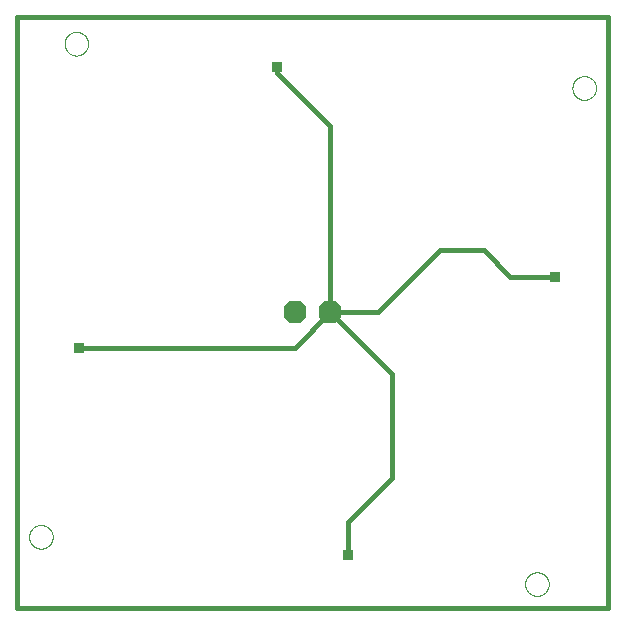
<source format=gbl>
G75*
%MOIN*%
%OFA0B0*%
%FSLAX25Y25*%
%IPPOS*%
%LPD*%
%AMOC8*
5,1,8,0,0,1.08239X$1,22.5*
%
%ADD10C,0.01600*%
%ADD11C,0.00000*%
%ADD12OC8,0.07600*%
%ADD13R,0.03562X0.03562*%
D10*
X0005000Y0005000D02*
X0201850Y0005000D01*
X0201850Y0201850D01*
X0005000Y0201850D01*
X0005000Y0005000D01*
X0025669Y0091614D02*
X0097520Y0091614D01*
X0109331Y0103425D01*
X0125079Y0103425D01*
X0145748Y0124094D01*
X0160512Y0124094D01*
X0169370Y0115236D01*
X0184134Y0115236D01*
X0130000Y0082756D02*
X0109331Y0103425D01*
X0109331Y0165433D01*
X0091614Y0183150D01*
X0091614Y0185118D01*
X0130000Y0082756D02*
X0130000Y0048307D01*
X0115236Y0033543D01*
X0115236Y0022717D01*
D11*
X0174291Y0012874D02*
X0174293Y0012999D01*
X0174299Y0013124D01*
X0174309Y0013248D01*
X0174323Y0013372D01*
X0174340Y0013496D01*
X0174362Y0013619D01*
X0174388Y0013741D01*
X0174417Y0013863D01*
X0174450Y0013983D01*
X0174488Y0014102D01*
X0174528Y0014221D01*
X0174573Y0014337D01*
X0174621Y0014452D01*
X0174673Y0014566D01*
X0174729Y0014678D01*
X0174788Y0014788D01*
X0174850Y0014896D01*
X0174916Y0015003D01*
X0174985Y0015107D01*
X0175058Y0015208D01*
X0175133Y0015308D01*
X0175212Y0015405D01*
X0175294Y0015499D01*
X0175379Y0015591D01*
X0175466Y0015680D01*
X0175557Y0015766D01*
X0175650Y0015849D01*
X0175746Y0015930D01*
X0175844Y0016007D01*
X0175944Y0016081D01*
X0176047Y0016152D01*
X0176152Y0016219D01*
X0176260Y0016284D01*
X0176369Y0016344D01*
X0176480Y0016402D01*
X0176593Y0016455D01*
X0176707Y0016505D01*
X0176823Y0016552D01*
X0176940Y0016594D01*
X0177059Y0016633D01*
X0177179Y0016669D01*
X0177300Y0016700D01*
X0177422Y0016728D01*
X0177544Y0016751D01*
X0177668Y0016771D01*
X0177792Y0016787D01*
X0177916Y0016799D01*
X0178041Y0016807D01*
X0178166Y0016811D01*
X0178290Y0016811D01*
X0178415Y0016807D01*
X0178540Y0016799D01*
X0178664Y0016787D01*
X0178788Y0016771D01*
X0178912Y0016751D01*
X0179034Y0016728D01*
X0179156Y0016700D01*
X0179277Y0016669D01*
X0179397Y0016633D01*
X0179516Y0016594D01*
X0179633Y0016552D01*
X0179749Y0016505D01*
X0179863Y0016455D01*
X0179976Y0016402D01*
X0180087Y0016344D01*
X0180197Y0016284D01*
X0180304Y0016219D01*
X0180409Y0016152D01*
X0180512Y0016081D01*
X0180612Y0016007D01*
X0180710Y0015930D01*
X0180806Y0015849D01*
X0180899Y0015766D01*
X0180990Y0015680D01*
X0181077Y0015591D01*
X0181162Y0015499D01*
X0181244Y0015405D01*
X0181323Y0015308D01*
X0181398Y0015208D01*
X0181471Y0015107D01*
X0181540Y0015003D01*
X0181606Y0014896D01*
X0181668Y0014788D01*
X0181727Y0014678D01*
X0181783Y0014566D01*
X0181835Y0014452D01*
X0181883Y0014337D01*
X0181928Y0014221D01*
X0181968Y0014102D01*
X0182006Y0013983D01*
X0182039Y0013863D01*
X0182068Y0013741D01*
X0182094Y0013619D01*
X0182116Y0013496D01*
X0182133Y0013372D01*
X0182147Y0013248D01*
X0182157Y0013124D01*
X0182163Y0012999D01*
X0182165Y0012874D01*
X0182163Y0012749D01*
X0182157Y0012624D01*
X0182147Y0012500D01*
X0182133Y0012376D01*
X0182116Y0012252D01*
X0182094Y0012129D01*
X0182068Y0012007D01*
X0182039Y0011885D01*
X0182006Y0011765D01*
X0181968Y0011646D01*
X0181928Y0011527D01*
X0181883Y0011411D01*
X0181835Y0011296D01*
X0181783Y0011182D01*
X0181727Y0011070D01*
X0181668Y0010960D01*
X0181606Y0010852D01*
X0181540Y0010745D01*
X0181471Y0010641D01*
X0181398Y0010540D01*
X0181323Y0010440D01*
X0181244Y0010343D01*
X0181162Y0010249D01*
X0181077Y0010157D01*
X0180990Y0010068D01*
X0180899Y0009982D01*
X0180806Y0009899D01*
X0180710Y0009818D01*
X0180612Y0009741D01*
X0180512Y0009667D01*
X0180409Y0009596D01*
X0180304Y0009529D01*
X0180196Y0009464D01*
X0180087Y0009404D01*
X0179976Y0009346D01*
X0179863Y0009293D01*
X0179749Y0009243D01*
X0179633Y0009196D01*
X0179516Y0009154D01*
X0179397Y0009115D01*
X0179277Y0009079D01*
X0179156Y0009048D01*
X0179034Y0009020D01*
X0178912Y0008997D01*
X0178788Y0008977D01*
X0178664Y0008961D01*
X0178540Y0008949D01*
X0178415Y0008941D01*
X0178290Y0008937D01*
X0178166Y0008937D01*
X0178041Y0008941D01*
X0177916Y0008949D01*
X0177792Y0008961D01*
X0177668Y0008977D01*
X0177544Y0008997D01*
X0177422Y0009020D01*
X0177300Y0009048D01*
X0177179Y0009079D01*
X0177059Y0009115D01*
X0176940Y0009154D01*
X0176823Y0009196D01*
X0176707Y0009243D01*
X0176593Y0009293D01*
X0176480Y0009346D01*
X0176369Y0009404D01*
X0176259Y0009464D01*
X0176152Y0009529D01*
X0176047Y0009596D01*
X0175944Y0009667D01*
X0175844Y0009741D01*
X0175746Y0009818D01*
X0175650Y0009899D01*
X0175557Y0009982D01*
X0175466Y0010068D01*
X0175379Y0010157D01*
X0175294Y0010249D01*
X0175212Y0010343D01*
X0175133Y0010440D01*
X0175058Y0010540D01*
X0174985Y0010641D01*
X0174916Y0010745D01*
X0174850Y0010852D01*
X0174788Y0010960D01*
X0174729Y0011070D01*
X0174673Y0011182D01*
X0174621Y0011296D01*
X0174573Y0011411D01*
X0174528Y0011527D01*
X0174488Y0011646D01*
X0174450Y0011765D01*
X0174417Y0011885D01*
X0174388Y0012007D01*
X0174362Y0012129D01*
X0174340Y0012252D01*
X0174323Y0012376D01*
X0174309Y0012500D01*
X0174299Y0012624D01*
X0174293Y0012749D01*
X0174291Y0012874D01*
X0008937Y0028622D02*
X0008939Y0028747D01*
X0008945Y0028872D01*
X0008955Y0028996D01*
X0008969Y0029120D01*
X0008986Y0029244D01*
X0009008Y0029367D01*
X0009034Y0029489D01*
X0009063Y0029611D01*
X0009096Y0029731D01*
X0009134Y0029850D01*
X0009174Y0029969D01*
X0009219Y0030085D01*
X0009267Y0030200D01*
X0009319Y0030314D01*
X0009375Y0030426D01*
X0009434Y0030536D01*
X0009496Y0030644D01*
X0009562Y0030751D01*
X0009631Y0030855D01*
X0009704Y0030956D01*
X0009779Y0031056D01*
X0009858Y0031153D01*
X0009940Y0031247D01*
X0010025Y0031339D01*
X0010112Y0031428D01*
X0010203Y0031514D01*
X0010296Y0031597D01*
X0010392Y0031678D01*
X0010490Y0031755D01*
X0010590Y0031829D01*
X0010693Y0031900D01*
X0010798Y0031967D01*
X0010906Y0032032D01*
X0011015Y0032092D01*
X0011126Y0032150D01*
X0011239Y0032203D01*
X0011353Y0032253D01*
X0011469Y0032300D01*
X0011586Y0032342D01*
X0011705Y0032381D01*
X0011825Y0032417D01*
X0011946Y0032448D01*
X0012068Y0032476D01*
X0012190Y0032499D01*
X0012314Y0032519D01*
X0012438Y0032535D01*
X0012562Y0032547D01*
X0012687Y0032555D01*
X0012812Y0032559D01*
X0012936Y0032559D01*
X0013061Y0032555D01*
X0013186Y0032547D01*
X0013310Y0032535D01*
X0013434Y0032519D01*
X0013558Y0032499D01*
X0013680Y0032476D01*
X0013802Y0032448D01*
X0013923Y0032417D01*
X0014043Y0032381D01*
X0014162Y0032342D01*
X0014279Y0032300D01*
X0014395Y0032253D01*
X0014509Y0032203D01*
X0014622Y0032150D01*
X0014733Y0032092D01*
X0014843Y0032032D01*
X0014950Y0031967D01*
X0015055Y0031900D01*
X0015158Y0031829D01*
X0015258Y0031755D01*
X0015356Y0031678D01*
X0015452Y0031597D01*
X0015545Y0031514D01*
X0015636Y0031428D01*
X0015723Y0031339D01*
X0015808Y0031247D01*
X0015890Y0031153D01*
X0015969Y0031056D01*
X0016044Y0030956D01*
X0016117Y0030855D01*
X0016186Y0030751D01*
X0016252Y0030644D01*
X0016314Y0030536D01*
X0016373Y0030426D01*
X0016429Y0030314D01*
X0016481Y0030200D01*
X0016529Y0030085D01*
X0016574Y0029969D01*
X0016614Y0029850D01*
X0016652Y0029731D01*
X0016685Y0029611D01*
X0016714Y0029489D01*
X0016740Y0029367D01*
X0016762Y0029244D01*
X0016779Y0029120D01*
X0016793Y0028996D01*
X0016803Y0028872D01*
X0016809Y0028747D01*
X0016811Y0028622D01*
X0016809Y0028497D01*
X0016803Y0028372D01*
X0016793Y0028248D01*
X0016779Y0028124D01*
X0016762Y0028000D01*
X0016740Y0027877D01*
X0016714Y0027755D01*
X0016685Y0027633D01*
X0016652Y0027513D01*
X0016614Y0027394D01*
X0016574Y0027275D01*
X0016529Y0027159D01*
X0016481Y0027044D01*
X0016429Y0026930D01*
X0016373Y0026818D01*
X0016314Y0026708D01*
X0016252Y0026600D01*
X0016186Y0026493D01*
X0016117Y0026389D01*
X0016044Y0026288D01*
X0015969Y0026188D01*
X0015890Y0026091D01*
X0015808Y0025997D01*
X0015723Y0025905D01*
X0015636Y0025816D01*
X0015545Y0025730D01*
X0015452Y0025647D01*
X0015356Y0025566D01*
X0015258Y0025489D01*
X0015158Y0025415D01*
X0015055Y0025344D01*
X0014950Y0025277D01*
X0014842Y0025212D01*
X0014733Y0025152D01*
X0014622Y0025094D01*
X0014509Y0025041D01*
X0014395Y0024991D01*
X0014279Y0024944D01*
X0014162Y0024902D01*
X0014043Y0024863D01*
X0013923Y0024827D01*
X0013802Y0024796D01*
X0013680Y0024768D01*
X0013558Y0024745D01*
X0013434Y0024725D01*
X0013310Y0024709D01*
X0013186Y0024697D01*
X0013061Y0024689D01*
X0012936Y0024685D01*
X0012812Y0024685D01*
X0012687Y0024689D01*
X0012562Y0024697D01*
X0012438Y0024709D01*
X0012314Y0024725D01*
X0012190Y0024745D01*
X0012068Y0024768D01*
X0011946Y0024796D01*
X0011825Y0024827D01*
X0011705Y0024863D01*
X0011586Y0024902D01*
X0011469Y0024944D01*
X0011353Y0024991D01*
X0011239Y0025041D01*
X0011126Y0025094D01*
X0011015Y0025152D01*
X0010905Y0025212D01*
X0010798Y0025277D01*
X0010693Y0025344D01*
X0010590Y0025415D01*
X0010490Y0025489D01*
X0010392Y0025566D01*
X0010296Y0025647D01*
X0010203Y0025730D01*
X0010112Y0025816D01*
X0010025Y0025905D01*
X0009940Y0025997D01*
X0009858Y0026091D01*
X0009779Y0026188D01*
X0009704Y0026288D01*
X0009631Y0026389D01*
X0009562Y0026493D01*
X0009496Y0026600D01*
X0009434Y0026708D01*
X0009375Y0026818D01*
X0009319Y0026930D01*
X0009267Y0027044D01*
X0009219Y0027159D01*
X0009174Y0027275D01*
X0009134Y0027394D01*
X0009096Y0027513D01*
X0009063Y0027633D01*
X0009034Y0027755D01*
X0009008Y0027877D01*
X0008986Y0028000D01*
X0008969Y0028124D01*
X0008955Y0028248D01*
X0008945Y0028372D01*
X0008939Y0028497D01*
X0008937Y0028622D01*
X0020748Y0192992D02*
X0020750Y0193117D01*
X0020756Y0193242D01*
X0020766Y0193366D01*
X0020780Y0193490D01*
X0020797Y0193614D01*
X0020819Y0193737D01*
X0020845Y0193859D01*
X0020874Y0193981D01*
X0020907Y0194101D01*
X0020945Y0194220D01*
X0020985Y0194339D01*
X0021030Y0194455D01*
X0021078Y0194570D01*
X0021130Y0194684D01*
X0021186Y0194796D01*
X0021245Y0194906D01*
X0021307Y0195014D01*
X0021373Y0195121D01*
X0021442Y0195225D01*
X0021515Y0195326D01*
X0021590Y0195426D01*
X0021669Y0195523D01*
X0021751Y0195617D01*
X0021836Y0195709D01*
X0021923Y0195798D01*
X0022014Y0195884D01*
X0022107Y0195967D01*
X0022203Y0196048D01*
X0022301Y0196125D01*
X0022401Y0196199D01*
X0022504Y0196270D01*
X0022609Y0196337D01*
X0022717Y0196402D01*
X0022826Y0196462D01*
X0022937Y0196520D01*
X0023050Y0196573D01*
X0023164Y0196623D01*
X0023280Y0196670D01*
X0023397Y0196712D01*
X0023516Y0196751D01*
X0023636Y0196787D01*
X0023757Y0196818D01*
X0023879Y0196846D01*
X0024001Y0196869D01*
X0024125Y0196889D01*
X0024249Y0196905D01*
X0024373Y0196917D01*
X0024498Y0196925D01*
X0024623Y0196929D01*
X0024747Y0196929D01*
X0024872Y0196925D01*
X0024997Y0196917D01*
X0025121Y0196905D01*
X0025245Y0196889D01*
X0025369Y0196869D01*
X0025491Y0196846D01*
X0025613Y0196818D01*
X0025734Y0196787D01*
X0025854Y0196751D01*
X0025973Y0196712D01*
X0026090Y0196670D01*
X0026206Y0196623D01*
X0026320Y0196573D01*
X0026433Y0196520D01*
X0026544Y0196462D01*
X0026654Y0196402D01*
X0026761Y0196337D01*
X0026866Y0196270D01*
X0026969Y0196199D01*
X0027069Y0196125D01*
X0027167Y0196048D01*
X0027263Y0195967D01*
X0027356Y0195884D01*
X0027447Y0195798D01*
X0027534Y0195709D01*
X0027619Y0195617D01*
X0027701Y0195523D01*
X0027780Y0195426D01*
X0027855Y0195326D01*
X0027928Y0195225D01*
X0027997Y0195121D01*
X0028063Y0195014D01*
X0028125Y0194906D01*
X0028184Y0194796D01*
X0028240Y0194684D01*
X0028292Y0194570D01*
X0028340Y0194455D01*
X0028385Y0194339D01*
X0028425Y0194220D01*
X0028463Y0194101D01*
X0028496Y0193981D01*
X0028525Y0193859D01*
X0028551Y0193737D01*
X0028573Y0193614D01*
X0028590Y0193490D01*
X0028604Y0193366D01*
X0028614Y0193242D01*
X0028620Y0193117D01*
X0028622Y0192992D01*
X0028620Y0192867D01*
X0028614Y0192742D01*
X0028604Y0192618D01*
X0028590Y0192494D01*
X0028573Y0192370D01*
X0028551Y0192247D01*
X0028525Y0192125D01*
X0028496Y0192003D01*
X0028463Y0191883D01*
X0028425Y0191764D01*
X0028385Y0191645D01*
X0028340Y0191529D01*
X0028292Y0191414D01*
X0028240Y0191300D01*
X0028184Y0191188D01*
X0028125Y0191078D01*
X0028063Y0190970D01*
X0027997Y0190863D01*
X0027928Y0190759D01*
X0027855Y0190658D01*
X0027780Y0190558D01*
X0027701Y0190461D01*
X0027619Y0190367D01*
X0027534Y0190275D01*
X0027447Y0190186D01*
X0027356Y0190100D01*
X0027263Y0190017D01*
X0027167Y0189936D01*
X0027069Y0189859D01*
X0026969Y0189785D01*
X0026866Y0189714D01*
X0026761Y0189647D01*
X0026653Y0189582D01*
X0026544Y0189522D01*
X0026433Y0189464D01*
X0026320Y0189411D01*
X0026206Y0189361D01*
X0026090Y0189314D01*
X0025973Y0189272D01*
X0025854Y0189233D01*
X0025734Y0189197D01*
X0025613Y0189166D01*
X0025491Y0189138D01*
X0025369Y0189115D01*
X0025245Y0189095D01*
X0025121Y0189079D01*
X0024997Y0189067D01*
X0024872Y0189059D01*
X0024747Y0189055D01*
X0024623Y0189055D01*
X0024498Y0189059D01*
X0024373Y0189067D01*
X0024249Y0189079D01*
X0024125Y0189095D01*
X0024001Y0189115D01*
X0023879Y0189138D01*
X0023757Y0189166D01*
X0023636Y0189197D01*
X0023516Y0189233D01*
X0023397Y0189272D01*
X0023280Y0189314D01*
X0023164Y0189361D01*
X0023050Y0189411D01*
X0022937Y0189464D01*
X0022826Y0189522D01*
X0022716Y0189582D01*
X0022609Y0189647D01*
X0022504Y0189714D01*
X0022401Y0189785D01*
X0022301Y0189859D01*
X0022203Y0189936D01*
X0022107Y0190017D01*
X0022014Y0190100D01*
X0021923Y0190186D01*
X0021836Y0190275D01*
X0021751Y0190367D01*
X0021669Y0190461D01*
X0021590Y0190558D01*
X0021515Y0190658D01*
X0021442Y0190759D01*
X0021373Y0190863D01*
X0021307Y0190970D01*
X0021245Y0191078D01*
X0021186Y0191188D01*
X0021130Y0191300D01*
X0021078Y0191414D01*
X0021030Y0191529D01*
X0020985Y0191645D01*
X0020945Y0191764D01*
X0020907Y0191883D01*
X0020874Y0192003D01*
X0020845Y0192125D01*
X0020819Y0192247D01*
X0020797Y0192370D01*
X0020780Y0192494D01*
X0020766Y0192618D01*
X0020756Y0192742D01*
X0020750Y0192867D01*
X0020748Y0192992D01*
X0190039Y0178228D02*
X0190041Y0178353D01*
X0190047Y0178478D01*
X0190057Y0178602D01*
X0190071Y0178726D01*
X0190088Y0178850D01*
X0190110Y0178973D01*
X0190136Y0179095D01*
X0190165Y0179217D01*
X0190198Y0179337D01*
X0190236Y0179456D01*
X0190276Y0179575D01*
X0190321Y0179691D01*
X0190369Y0179806D01*
X0190421Y0179920D01*
X0190477Y0180032D01*
X0190536Y0180142D01*
X0190598Y0180250D01*
X0190664Y0180357D01*
X0190733Y0180461D01*
X0190806Y0180562D01*
X0190881Y0180662D01*
X0190960Y0180759D01*
X0191042Y0180853D01*
X0191127Y0180945D01*
X0191214Y0181034D01*
X0191305Y0181120D01*
X0191398Y0181203D01*
X0191494Y0181284D01*
X0191592Y0181361D01*
X0191692Y0181435D01*
X0191795Y0181506D01*
X0191900Y0181573D01*
X0192008Y0181638D01*
X0192117Y0181698D01*
X0192228Y0181756D01*
X0192341Y0181809D01*
X0192455Y0181859D01*
X0192571Y0181906D01*
X0192688Y0181948D01*
X0192807Y0181987D01*
X0192927Y0182023D01*
X0193048Y0182054D01*
X0193170Y0182082D01*
X0193292Y0182105D01*
X0193416Y0182125D01*
X0193540Y0182141D01*
X0193664Y0182153D01*
X0193789Y0182161D01*
X0193914Y0182165D01*
X0194038Y0182165D01*
X0194163Y0182161D01*
X0194288Y0182153D01*
X0194412Y0182141D01*
X0194536Y0182125D01*
X0194660Y0182105D01*
X0194782Y0182082D01*
X0194904Y0182054D01*
X0195025Y0182023D01*
X0195145Y0181987D01*
X0195264Y0181948D01*
X0195381Y0181906D01*
X0195497Y0181859D01*
X0195611Y0181809D01*
X0195724Y0181756D01*
X0195835Y0181698D01*
X0195945Y0181638D01*
X0196052Y0181573D01*
X0196157Y0181506D01*
X0196260Y0181435D01*
X0196360Y0181361D01*
X0196458Y0181284D01*
X0196554Y0181203D01*
X0196647Y0181120D01*
X0196738Y0181034D01*
X0196825Y0180945D01*
X0196910Y0180853D01*
X0196992Y0180759D01*
X0197071Y0180662D01*
X0197146Y0180562D01*
X0197219Y0180461D01*
X0197288Y0180357D01*
X0197354Y0180250D01*
X0197416Y0180142D01*
X0197475Y0180032D01*
X0197531Y0179920D01*
X0197583Y0179806D01*
X0197631Y0179691D01*
X0197676Y0179575D01*
X0197716Y0179456D01*
X0197754Y0179337D01*
X0197787Y0179217D01*
X0197816Y0179095D01*
X0197842Y0178973D01*
X0197864Y0178850D01*
X0197881Y0178726D01*
X0197895Y0178602D01*
X0197905Y0178478D01*
X0197911Y0178353D01*
X0197913Y0178228D01*
X0197911Y0178103D01*
X0197905Y0177978D01*
X0197895Y0177854D01*
X0197881Y0177730D01*
X0197864Y0177606D01*
X0197842Y0177483D01*
X0197816Y0177361D01*
X0197787Y0177239D01*
X0197754Y0177119D01*
X0197716Y0177000D01*
X0197676Y0176881D01*
X0197631Y0176765D01*
X0197583Y0176650D01*
X0197531Y0176536D01*
X0197475Y0176424D01*
X0197416Y0176314D01*
X0197354Y0176206D01*
X0197288Y0176099D01*
X0197219Y0175995D01*
X0197146Y0175894D01*
X0197071Y0175794D01*
X0196992Y0175697D01*
X0196910Y0175603D01*
X0196825Y0175511D01*
X0196738Y0175422D01*
X0196647Y0175336D01*
X0196554Y0175253D01*
X0196458Y0175172D01*
X0196360Y0175095D01*
X0196260Y0175021D01*
X0196157Y0174950D01*
X0196052Y0174883D01*
X0195944Y0174818D01*
X0195835Y0174758D01*
X0195724Y0174700D01*
X0195611Y0174647D01*
X0195497Y0174597D01*
X0195381Y0174550D01*
X0195264Y0174508D01*
X0195145Y0174469D01*
X0195025Y0174433D01*
X0194904Y0174402D01*
X0194782Y0174374D01*
X0194660Y0174351D01*
X0194536Y0174331D01*
X0194412Y0174315D01*
X0194288Y0174303D01*
X0194163Y0174295D01*
X0194038Y0174291D01*
X0193914Y0174291D01*
X0193789Y0174295D01*
X0193664Y0174303D01*
X0193540Y0174315D01*
X0193416Y0174331D01*
X0193292Y0174351D01*
X0193170Y0174374D01*
X0193048Y0174402D01*
X0192927Y0174433D01*
X0192807Y0174469D01*
X0192688Y0174508D01*
X0192571Y0174550D01*
X0192455Y0174597D01*
X0192341Y0174647D01*
X0192228Y0174700D01*
X0192117Y0174758D01*
X0192007Y0174818D01*
X0191900Y0174883D01*
X0191795Y0174950D01*
X0191692Y0175021D01*
X0191592Y0175095D01*
X0191494Y0175172D01*
X0191398Y0175253D01*
X0191305Y0175336D01*
X0191214Y0175422D01*
X0191127Y0175511D01*
X0191042Y0175603D01*
X0190960Y0175697D01*
X0190881Y0175794D01*
X0190806Y0175894D01*
X0190733Y0175995D01*
X0190664Y0176099D01*
X0190598Y0176206D01*
X0190536Y0176314D01*
X0190477Y0176424D01*
X0190421Y0176536D01*
X0190369Y0176650D01*
X0190321Y0176765D01*
X0190276Y0176881D01*
X0190236Y0177000D01*
X0190198Y0177119D01*
X0190165Y0177239D01*
X0190136Y0177361D01*
X0190110Y0177483D01*
X0190088Y0177606D01*
X0190071Y0177730D01*
X0190057Y0177854D01*
X0190047Y0177978D01*
X0190041Y0178103D01*
X0190039Y0178228D01*
D12*
X0109331Y0103425D03*
X0097520Y0103425D03*
D13*
X0025669Y0091614D03*
X0115236Y0022717D03*
X0184134Y0115236D03*
X0091614Y0185118D03*
M02*

</source>
